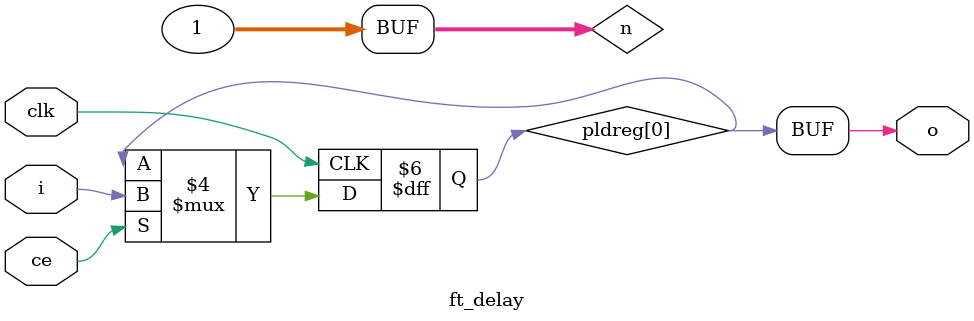
<source format=sv>
/* ===============================================================
	(C) 2006-2021  Robert Finch
	All rights reserved.
	rob@birdcomputer.ca

	delay.v
		- delays signals by so many clock cycles


	This source code is free for use and modification for
	non-commercial or evaluation purposes, provided this
	copyright statement and disclaimer remains present in
	the file.

	If you do modify the code, please state the origin and
	note that you have modified the code.

	NO WARRANTY.
	THIS Work, IS PROVIDEDED "AS IS" WITH NO WARRANTIES OF
	ANY KIND, WHETHER EXPRESS OR IMPLIED. The user must assume
	the entire risk of using the Work.

	IN NO EVENT SHALL THE AUTHOR OR CONTRIBUTORS BE LIABLE FOR
	ANY INCIDENTAL, CONSEQUENTIAL, OR PUNITIVE DAMAGES
	WHATSOEVER RELATING TO THE USE OF THIS WORK, OR YOUR
	RELATIONSHIP WITH THE AUTHOR.

	IN ADDITION, IN NO EVENT DOES THE AUTHOR AUTHORIZE YOU
	TO USE THE WORK IN APPLICATIONS OR SYSTEMS WHERE THE
	WORK'S FAILURE TO PERFORM CAN REASONABLY BE EXPECTED
	TO RESULT IN A SIGNIFICANT PHYSICAL INJURY, OR IN LOSS
	OF LIFE. ANY SUCH USE BY YOU IS ENTIRELY AT YOUR OWN RISK,
	AND YOU AGREE TO HOLD THE AUTHOR AND CONTRIBUTORS HARMLESS
	FROM ANY CLAIMS OR LOSSES RELATING TO SUCH UNAUTHORIZED
	USE.

=============================================================== */

module delay1
	#(parameter WID = 1)
	(
	input clk,
	input ce,
	input [WID:1] i,
	output reg [WID:1] o
	);

	always @(posedge clk)
		if (ce)
			o <= i;

endmodule


module delay2
	#(parameter WID = 1)
	(
	input clk,
	input ce,
	input [WID:1] i,
	output reg [WID:1] o
	);


	reg	[WID:1]	r1;
	
	always @(posedge clk)
		if (ce)
			r1 <= i;
	
	always @(posedge clk)
		if (ce)
			o <= r1;
	
endmodule


module delay3
	#(parameter WID = 1)
	(
	input clk,
	input ce,
	input [WID:1] i,
	output reg [WID:1] o
	);

	reg	[WID:1] r1, r2;
	
	always @(posedge clk)
		if (ce)
			r1 <= i;
	
	always @(posedge clk)
		if (ce)
			r2 <= r1;
	
	always @(posedge clk)
		if (ce)
			o <= r2;
			
endmodule
	
module delay4
	#(parameter WID = 1)
	(
	input clk,
	input ce,
	input [WID-1:0] i,
	output reg [WID-1:0] o
	);

	reg	[WID-1:0] r1, r2, r3;
	
	always @(posedge clk)
		if (ce)
			r1 <= i;
	
	always @(posedge clk)
		if (ce)
			r2 <= r1;
	
	always @(posedge clk)
		if (ce)
			r3 <= r2;
	
	always @(posedge clk)
		if (ce)
			o <= r3;

endmodule

	
module delay5
#(parameter WID = 1)
(
	input clk,
	input ce,
	input [WID:1] i,
	output reg [WID:1] o
);

	reg	[WID:1] r1, r2, r3, r4;
	
	always @(posedge clk)
		if (ce) r1 <= i;
	
	always @(posedge clk)
		if (ce) r2 <= r1;
	
	always @(posedge clk)
		if (ce) r3 <= r2;
	
	always @(posedge clk)
		if (ce) r4 <= r3;
	
	always @(posedge clk)
		if (ce) o <= r4;
	
endmodule

module delay6
#(parameter WID = 1)
(
	input clk,
	input ce,
	input [WID:1] i,
	output reg [WID:1] o
);

	reg	[WID:1] r1, r2, r3, r4, r5;
	
	always @(posedge clk)
		if (ce) r1 <= i;
	
	always @(posedge clk)
		if (ce) r2 <= r1;
	
	always @(posedge clk)
		if (ce) r3 <= r2;
	
	always @(posedge clk)
		if (ce) r4 <= r3;
	
	always @(posedge clk)
		if (ce) r5 <= r4;
	
	always @(posedge clk)
		if (ce) o <= r5;
	
endmodule

module ft_delay(clk, ce, i, o);
parameter WID = 1;
parameter DEP = 1;
input clk;
input ce;
input [WID-1:0] i;
output reg [WID-1:0] o;

reg [WID-1:0] pldreg [0:DEP-1];

integer n;
initial begin
	for (n = 0; n < DEP; n = n + 1)
		pldreg[n] = 'd0;
end

/*
reg [WID-1:0] pldreg [0:15];

always_ff @(posedge clk) if (ce) pldreg[0] <= i;
always_ff @(posedge clk) if (ce) pldreg[1] <= pldreg[0];
always_ff @(posedge clk) if (ce) pldreg[2] <= pldreg[1];
always_ff @(posedge clk) if (ce) pldreg[3] <= pldreg[2];
always_ff @(posedge clk) if (ce) pldreg[4] <= pldreg[3];
always_ff @(posedge clk) if (ce) pldreg[5] <= pldreg[4];
always_ff @(posedge clk) if (ce) pldreg[6] <= pldreg[5];
always_ff @(posedge clk) if (ce) pldreg[7] <= pldreg[6];
always_ff @(posedge clk) if (ce) pldreg[8] <= pldreg[7];
always_ff @(posedge clk) if (ce) pldreg[9] <= pldreg[8];
always_ff @(posedge clk) if (ce) pldreg[10] <= pldreg[9];
always_ff @(posedge clk) if (ce) pldreg[11] <= pldreg[10];
always_ff @(posedge clk) if (ce) pldreg[12] <= pldreg[11];
always_ff @(posedge clk) if (ce) pldreg[13] <= pldreg[12];
always_ff @(posedge clk) if (ce) pldreg[14] <= pldreg[13];
always_ff @(posedge clk) if (ce) pldreg[15] <= pldreg[14];

always_comb
	case(DEP)
	4'd0:	o = i;
	4'd1:	o = pldreg[0];
	4'd2:	o = pldreg[1];
	4'd3:	o = pldreg[2];
	4'd4:	o = pldreg[3];
	4'd5:	o = pldreg[4];
	4'd6:	o = pldreg[5];
	4'd7:	o = pldreg[6];
	4'd8:	o = pldreg[7];
	4'd9:	o = pldreg[8];
	4'd10:	o = pldreg[9];
	4'd11:	o = pldreg[10];
	4'd12:	o = pldreg[11];
	4'd13:	o = pldreg[12];
	4'd14:	o = pldreg[13];
	4'd15:	o = pldreg[14];
	endcase
*/
/*
genvar g;
generate begin : gPipeline
  for (g = 0; g < WID; g = g + 1)
c_shift_ram_0 u1 (
  .A(DEP),    // input wire [3 : 0] A
  .D(i[g]),      // input wire [0 : 0] D
  .CLK(clk),  // input wire CLK
  .CE(ce),    // input wire CE
  .Q(o[g])      // output wire [0 : 0] Q
);
end
endgenerate
*/

genvar g;
generate begin : gPipeline
	always_ff @(posedge clk)
		if (ce)
			pldreg[0] <= i;
  for (g = 0; g < DEP - 1; g = g + 1)
    always_ff @(posedge clk)
    	if (ce) begin
     		pldreg[g+1] <= pldreg[g];
    	end
  assign o = pldreg[DEP-1];    
end
endgenerate

endmodule

</source>
